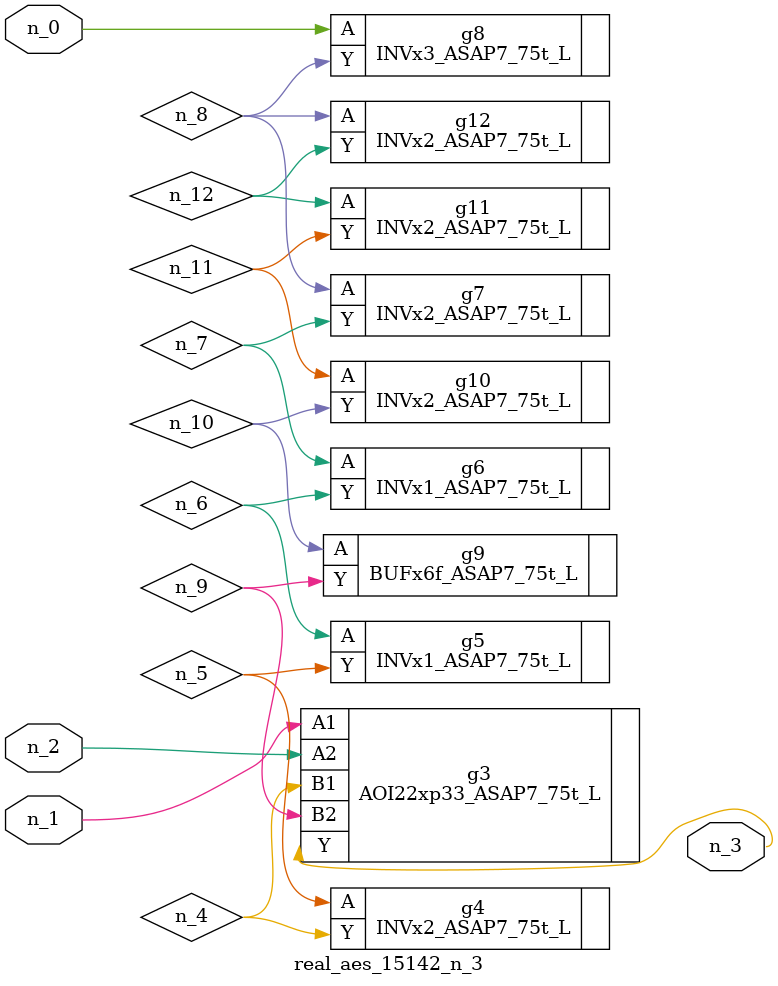
<source format=v>
module real_aes_15142_n_3 (n_0, n_2, n_1, n_3);
input n_0;
input n_2;
input n_1;
output n_3;
wire n_4;
wire n_5;
wire n_7;
wire n_9;
wire n_6;
wire n_8;
wire n_12;
wire n_10;
wire n_11;
INVx3_ASAP7_75t_L g8 ( .A(n_0), .Y(n_8) );
AOI22xp33_ASAP7_75t_L g3 ( .A1(n_1), .A2(n_2), .B1(n_4), .B2(n_9), .Y(n_3) );
INVx2_ASAP7_75t_L g4 ( .A(n_5), .Y(n_4) );
INVx1_ASAP7_75t_L g5 ( .A(n_6), .Y(n_5) );
INVx1_ASAP7_75t_L g6 ( .A(n_7), .Y(n_6) );
INVx2_ASAP7_75t_L g7 ( .A(n_8), .Y(n_7) );
INVx2_ASAP7_75t_L g12 ( .A(n_8), .Y(n_12) );
BUFx6f_ASAP7_75t_L g9 ( .A(n_10), .Y(n_9) );
INVx2_ASAP7_75t_L g10 ( .A(n_11), .Y(n_10) );
INVx2_ASAP7_75t_L g11 ( .A(n_12), .Y(n_11) );
endmodule
</source>
